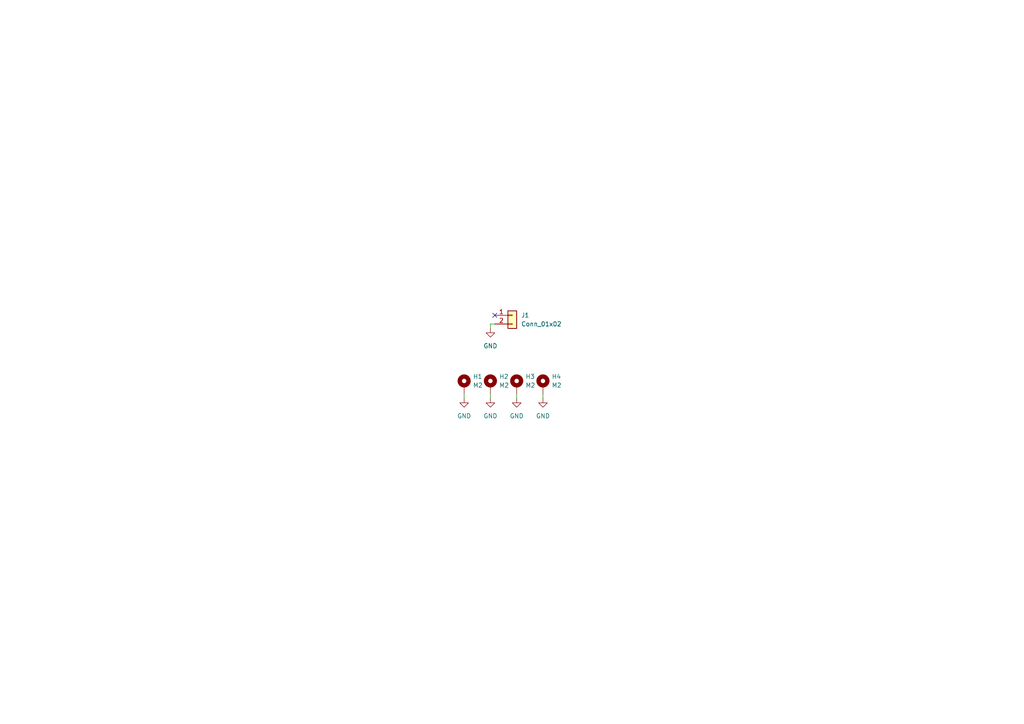
<source format=kicad_sch>
(kicad_sch (version 20211123) (generator eeschema)
  (paper "A4")
  (lib_symbols
    (symbol "Connector_Generic:Conn_01x02" (pin_names (offset 1.016) hide)
      (property "Reference" "J" (at 0 2.54 0))
      (property "Value" "Conn_01x02" (at 0 -5.08 0))
      (symbol "Conn_01x02_1_1"
        (rectangle (start -1.27 -2.413) (end 0 -2.667) (stroke (width 0.1524)))
        (rectangle (start -1.27 0.127) (end 0 -0.127) (stroke (width 0.1524)))
        (rectangle (start -1.27 1.27) (end 1.27 -3.81) (stroke (width 0.254)) (fill (type background)))
        (pin passive line (at -5.08 0 0) (length 3.81) (name "Pin_1") (number "1"))
        (pin passive line (at -5.08 -2.54 0) (length 3.81) (name "Pin_2") (number "2"))
      )
    )
    (symbol "Mechanical:MountingHole_Pad" (pin_numbers hide) (pin_names (offset 1.016) hide)
      (property "Reference" "H" (at 0 6.35 0))
      (property "Value" "MountingHole_Pad" (at 0 4.445 0))
      (symbol "MountingHole_Pad_0_1"
        (circle (center 0 1.27) (radius 1.27) (stroke (width 1.27)))
      )
      (symbol "MountingHole_Pad_1_1"
        (pin input line (at 0 -2.54 90) (length 2.54) (name "1") (number "1"))
      )
    )
    (symbol "power:GND" (power) (pin_names (offset 0))
      (property "Value" "GND" (at 0 -3.81 0))
      (symbol "GND_0_1"
        (polyline (pts (xy 0 0) (xy 0 -1.27) (xy 1.27 -1.27) (xy 0 -2.54) (xy -1.27 -1.27) (xy 0 -1.27)))
      )
      (symbol "GND_1_1"
        (pin power_in line (at 0 0 270) (length 0) hide (name "GND") (number "1"))
      )
    )
  )
  (no_connect (at 143.51 91.44))
  (wire (pts (xy 149.86 114.3) (xy 149.86 115.57)))
  (wire (pts (xy 142.24 93.98) (xy 142.24 95.25)))
  (wire (pts (xy 134.62 114.3) (xy 134.62 115.57)))
  (wire (pts (xy 157.48 114.3) (xy 157.48 115.57)))
  (wire (pts (xy 142.24 114.3) (xy 142.24 115.57)))
  (wire (pts (xy 143.51 93.98) (xy 142.24 93.98)))
  (symbol (lib_id "power:GND") (at 142.24 115.57 0) (unit 1)
    (property "Reference" "#PWR03" (effects hide))
    (property "Value" "GND" (at 142.24 120.65 0))
  )
  (symbol (lib_id "power:GND") (at 149.86 115.57 0) (unit 1)
    (property "Reference" "#PWR04" (effects hide))
    (property "Value" "GND" (at 149.86 120.65 0))
  )
  (symbol (lib_id "Connector_Generic:Conn_01x02") (at 148.59 91.44 0) (unit 1)
    (property "Reference" "J1" (at 151.13 91.4399 0) (effects (justify left)))
    (property "Value" "Conn_01x02" (at 151.13 93.9799 0) (effects (justify left)))
    (property "Footprint" "modular-rf-bench-footprints:edge-connector" (effects hide))
  )
  (symbol (lib_id "Mechanical:MountingHole_Pad") (at 134.62 111.76 0) (unit 1)
    (property "Reference" "H1" (at 137.16 109.2199 0) (effects (justify left)))
    (property "Value" "M2" (at 137.16 111.7599 0) (effects (justify left)))
    (property "Footprint" "modular-rf-bench-footprints:M2-hole" (effects hide))
  )
  (symbol (lib_id "power:GND") (at 142.24 95.25 0) (unit 1)
    (property "Reference" "#PWR02" (effects hide))
    (property "Value" "GND" (at 142.24 100.33 0))
  )
  (symbol (lib_id "power:GND") (at 157.48 115.57 0) (unit 1)
    (property "Reference" "#PWR05" (effects hide))
    (property "Value" "GND" (at 157.48 120.65 0))
  )
  (symbol (lib_id "power:GND") (at 134.62 115.57 0) (unit 1)
    (property "Reference" "#PWR01" (effects hide))
    (property "Value" "GND" (at 134.62 120.65 0))
  )
  (symbol (lib_id "Mechanical:MountingHole_Pad") (at 157.48 111.76 0) (unit 1)
    (property "Reference" "H4" (at 160.02 109.2199 0) (effects (justify left)))
    (property "Value" "M2" (at 160.02 111.7599 0) (effects (justify left)))
    (property "Footprint" "modular-rf-bench-footprints:M2-hole" (effects hide))
  )
  (symbol (lib_id "Mechanical:MountingHole_Pad") (at 149.86 111.76 0) (unit 1)
    (property "Reference" "H3" (at 152.4 109.2199 0) (effects (justify left)))
    (property "Value" "M2" (at 152.4 111.7599 0) (effects (justify left)))
    (property "Footprint" "modular-rf-bench-footprints:M2-hole" (effects hide))
  )
  (symbol (lib_id "Mechanical:MountingHole_Pad") (at 142.24 111.76 0) (unit 1)
    (property "Reference" "H2" (at 144.78 109.2199 0) (effects (justify left)))
    (property "Value" "M2" (at 144.78 111.7599 0) (effects (justify left)))
    (property "Footprint" "modular-rf-bench-footprints:M2-hole" (effects hide))
  )
)
</source>
